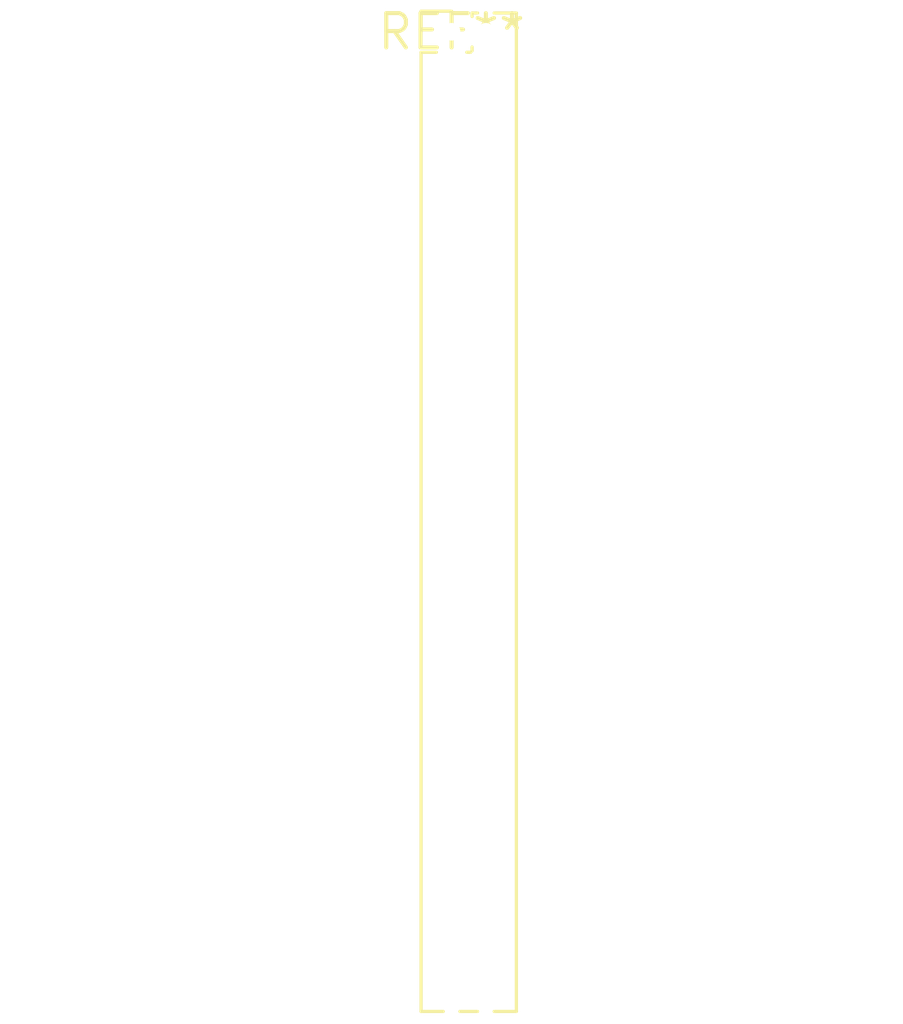
<source format=kicad_pcb>
(kicad_pcb (version 20240108) (generator pcbnew)
  (layers (0 "F.Cu" signal) (31 "B.Cu" signal) (34 "B.Paste" user) (35 "F.Paste" user) (36 "B.SilkS" user "B.Silkscreen") (37 "F.SilkS" user "F.Silkscreen") (38 "B.Mask" user) (39 "F.Mask" user) (44 "Edge.Cuts" user))
  (net 0 "")
  (footprint "PinHeader_2x29_P1.27mm_Vertical" (layer "F.Cu") (at 0 0)
    (property "Reference" "REF**")
    (property "Value" "PinHeader_2x29_P1.27mm_Vertical")
    (fp_line (start -1.13 -0.76) (end 0 -0.76) (layer "F.SilkS") (stroke (width 0.12)))
    (fp_line (start -1.13 0) (end -1.13 -0.76) (layer "F.SilkS") (stroke (width 0.12)))
    (fp_line (start -1.13 0.76) (end -1.13 36.255) (layer "F.SilkS") (stroke (width 0.12)))
    (fp_line (start -1.13 0.76) (end -0.563471 0.76) (layer "F.SilkS") (stroke (width 0.12)))
    (fp_line (start -1.13 36.255) (end -0.30753 36.255) (layer "F.SilkS") (stroke (width 0.12)))
    (fp_line (start 0.30753 36.255) (end 0.96247 36.255) (layer "F.SilkS") (stroke (width 0.12)))
    (fp_line (start 0.563471 0.76) (end 0.706529 0.76) (layer "F.SilkS") (stroke (width 0.12)))
    (fp_line (start 0.76 -0.695) (end 0.96247 -0.695) (layer "F.SilkS") (stroke (width 0.12)))
    (fp_line (start 0.76 -0.563471) (end 0.76 -0.695) (layer "F.SilkS") (stroke (width 0.12)))
    (fp_line (start 0.76 0.706529) (end 0.76 0.563471) (layer "F.SilkS") (stroke (width 0.12)))
    (fp_line (start 1.57753 -0.695) (end 2.4 -0.695) (layer "F.SilkS") (stroke (width 0.12)))
    (fp_line (start 1.57753 36.255) (end 2.4 36.255) (layer "F.SilkS") (stroke (width 0.12)))
    (fp_line (start 2.4 -0.695) (end 2.4 36.255) (layer "F.SilkS") (stroke (width 0.12)))
    (pad "1" thru_hole rect (at 0 0) (size 1 1) (drill 0.65) (layers *.Cu *.Mask) (remove_unused_layers))
    (pad "2" thru_hole oval (at 1.27 0) (size 1 1) (drill 0.65) (layers *.Cu *.Mask) (remove_unused_layers))
    (pad "3" thru_hole oval (at 0 1.27) (size 1 1) (drill 0.65) (layers *.Cu *.Mask) (remove_unused_layers))
    (pad "4" thru_hole oval (at 1.27 1.27) (size 1 1) (drill 0.65) (layers *.Cu *.Mask) (remove_unused_layers))
    (pad "5" thru_hole oval (at 0 2.54) (size 1 1) (drill 0.65) (layers *.Cu *.Mask) (remove_unused_layers))
    (pad "6" thru_hole oval (at 1.27 2.54) (size 1 1) (drill 0.65) (layers *.Cu *.Mask) (remove_unused_layers))
    (pad "7" thru_hole oval (at 0 3.81) (size 1 1) (drill 0.65) (layers *.Cu *.Mask) (remove_unused_layers))
    (pad "8" thru_hole oval (at 1.27 3.81) (size 1 1) (drill 0.65) (layers *.Cu *.Mask) (remove_unused_layers))
    (pad "9" thru_hole oval (at 0 5.08) (size 1 1) (drill 0.65) (layers *.Cu *.Mask) (remove_unused_layers))
    (pad "10" thru_hole oval (at 1.27 5.08) (size 1 1) (drill 0.65) (layers *.Cu *.Mask) (remove_unused_layers))
    (pad "11" thru_hole oval (at 0 6.35) (size 1 1) (drill 0.65) (layers *.Cu *.Mask) (remove_unused_layers))
    (pad "12" thru_hole oval (at 1.27 6.35) (size 1 1) (drill 0.65) (layers *.Cu *.Mask) (remove_unused_layers))
    (pad "13" thru_hole oval (at 0 7.62) (size 1 1) (drill 0.65) (layers *.Cu *.Mask) (remove_unused_layers))
    (pad "14" thru_hole oval (at 1.27 7.62) (size 1 1) (drill 0.65) (layers *.Cu *.Mask) (remove_unused_layers))
    (pad "15" thru_hole oval (at 0 8.89) (size 1 1) (drill 0.65) (layers *.Cu *.Mask) (remove_unused_layers))
    (pad "16" thru_hole oval (at 1.27 8.89) (size 1 1) (drill 0.65) (layers *.Cu *.Mask) (remove_unused_layers))
    (pad "17" thru_hole oval (at 0 10.16) (size 1 1) (drill 0.65) (layers *.Cu *.Mask) (remove_unused_layers))
    (pad "18" thru_hole oval (at 1.27 10.16) (size 1 1) (drill 0.65) (layers *.Cu *.Mask) (remove_unused_layers))
    (pad "19" thru_hole oval (at 0 11.43) (size 1 1) (drill 0.65) (layers *.Cu *.Mask) (remove_unused_layers))
    (pad "20" thru_hole oval (at 1.27 11.43) (size 1 1) (drill 0.65) (layers *.Cu *.Mask) (remove_unused_layers))
    (pad "21" thru_hole oval (at 0 12.7) (size 1 1) (drill 0.65) (layers *.Cu *.Mask) (remove_unused_layers))
    (pad "22" thru_hole oval (at 1.27 12.7) (size 1 1) (drill 0.65) (layers *.Cu *.Mask) (remove_unused_layers))
    (pad "23" thru_hole oval (at 0 13.97) (size 1 1) (drill 0.65) (layers *.Cu *.Mask) (remove_unused_layers))
    (pad "24" thru_hole oval (at 1.27 13.97) (size 1 1) (drill 0.65) (layers *.Cu *.Mask) (remove_unused_layers))
    (pad "25" thru_hole oval (at 0 15.24) (size 1 1) (drill 0.65) (layers *.Cu *.Mask) (remove_unused_layers))
    (pad "26" thru_hole oval (at 1.27 15.24) (size 1 1) (drill 0.65) (layers *.Cu *.Mask) (remove_unused_layers))
    (pad "27" thru_hole oval (at 0 16.51) (size 1 1) (drill 0.65) (layers *.Cu *.Mask) (remove_unused_layers))
    (pad "28" thru_hole oval (at 1.27 16.51) (size 1 1) (drill 0.65) (layers *.Cu *.Mask) (remove_unused_layers))
    (pad "29" thru_hole oval (at 0 17.78) (size 1 1) (drill 0.65) (layers *.Cu *.Mask) (remove_unused_layers))
    (pad "30" thru_hole oval (at 1.27 17.78) (size 1 1) (drill 0.65) (layers *.Cu *.Mask) (remove_unused_layers))
    (pad "31" thru_hole oval (at 0 19.05) (size 1 1) (drill 0.65) (layers *.Cu *.Mask) (remove_unused_layers))
    (pad "32" thru_hole oval (at 1.27 19.05) (size 1 1) (drill 0.65) (layers *.Cu *.Mask) (remove_unused_layers))
    (pad "33" thru_hole oval (at 0 20.32) (size 1 1) (drill 0.65) (layers *.Cu *.Mask) (remove_unused_layers))
    (pad "34" thru_hole oval (at 1.27 20.32) (size 1 1) (drill 0.65) (layers *.Cu *.Mask) (remove_unused_layers))
    (pad "35" thru_hole oval (at 0 21.59) (size 1 1) (drill 0.65) (layers *.Cu *.Mask) (remove_unused_layers))
    (pad "36" thru_hole oval (at 1.27 21.59) (size 1 1) (drill 0.65) (layers *.Cu *.Mask) (remove_unused_layers))
    (pad "37" thru_hole oval (at 0 22.86) (size 1 1) (drill 0.65) (layers *.Cu *.Mask) (remove_unused_layers))
    (pad "38" thru_hole oval (at 1.27 22.86) (size 1 1) (drill 0.65) (layers *.Cu *.Mask) (remove_unused_layers))
    (pad "39" thru_hole oval (at 0 24.13) (size 1 1) (drill 0.65) (layers *.Cu *.Mask) (remove_unused_layers))
    (pad "40" thru_hole oval (at 1.27 24.13) (size 1 1) (drill 0.65) (layers *.Cu *.Mask) (remove_unused_layers))
    (pad "41" thru_hole oval (at 0 25.4) (size 1 1) (drill 0.65) (layers *.Cu *.Mask) (remove_unused_layers))
    (pad "42" thru_hole oval (at 1.27 25.4) (size 1 1) (drill 0.65) (layers *.Cu *.Mask) (remove_unused_layers))
    (pad "43" thru_hole oval (at 0 26.67) (size 1 1) (drill 0.65) (layers *.Cu *.Mask) (remove_unused_layers))
    (pad "44" thru_hole oval (at 1.27 26.67) (size 1 1) (drill 0.65) (layers *.Cu *.Mask) (remove_unused_layers))
    (pad "45" thru_hole oval (at 0 27.94) (size 1 1) (drill 0.65) (layers *.Cu *.Mask) (remove_unused_layers))
    (pad "46" thru_hole oval (at 1.27 27.94) (size 1 1) (drill 0.65) (layers *.Cu *.Mask) (remove_unused_layers))
    (pad "47" thru_hole oval (at 0 29.21) (size 1 1) (drill 0.65) (layers *.Cu *.Mask) (remove_unused_layers))
    (pad "48" thru_hole oval (at 1.27 29.21) (size 1 1) (drill 0.65) (layers *.Cu *.Mask) (remove_unused_layers))
    (pad "49" thru_hole oval (at 0 30.48) (size 1 1) (drill 0.65) (layers *.Cu *.Mask) (remove_unused_layers))
    (pad "50" thru_hole oval (at 1.27 30.48) (size 1 1) (drill 0.65) (layers *.Cu *.Mask) (remove_unused_layers))
    (pad "51" thru_hole oval (at 0 31.75) (size 1 1) (drill 0.65) (layers *.Cu *.Mask) (remove_unused_layers))
    (pad "52" thru_hole oval (at 1.27 31.75) (size 1 1) (drill 0.65) (layers *.Cu *.Mask) (remove_unused_layers))
    (pad "53" thru_hole oval (at 0 33.02) (size 1 1) (drill 0.65) (layers *.Cu *.Mask) (remove_unused_layers))
    (pad "54" thru_hole oval (at 1.27 33.02) (size 1 1) (drill 0.65) (layers *.Cu *.Mask) (remove_unused_layers))
    (pad "55" thru_hole oval (at 0 34.29) (size 1 1) (drill 0.65) (layers *.Cu *.Mask) (remove_unused_layers))
    (pad "56" thru_hole oval (at 1.27 34.29) (size 1 1) (drill 0.65) (layers *.Cu *.Mask) (remove_unused_layers))
    (pad "57" thru_hole oval (at 0 35.56) (size 1 1) (drill 0.65) (layers *.Cu *.Mask) (remove_unused_layers))
    (pad "58" thru_hole oval (at 1.27 35.56) (size 1 1) (drill 0.65) (layers *.Cu *.Mask) (remove_unused_layers))
  )
)
</source>
